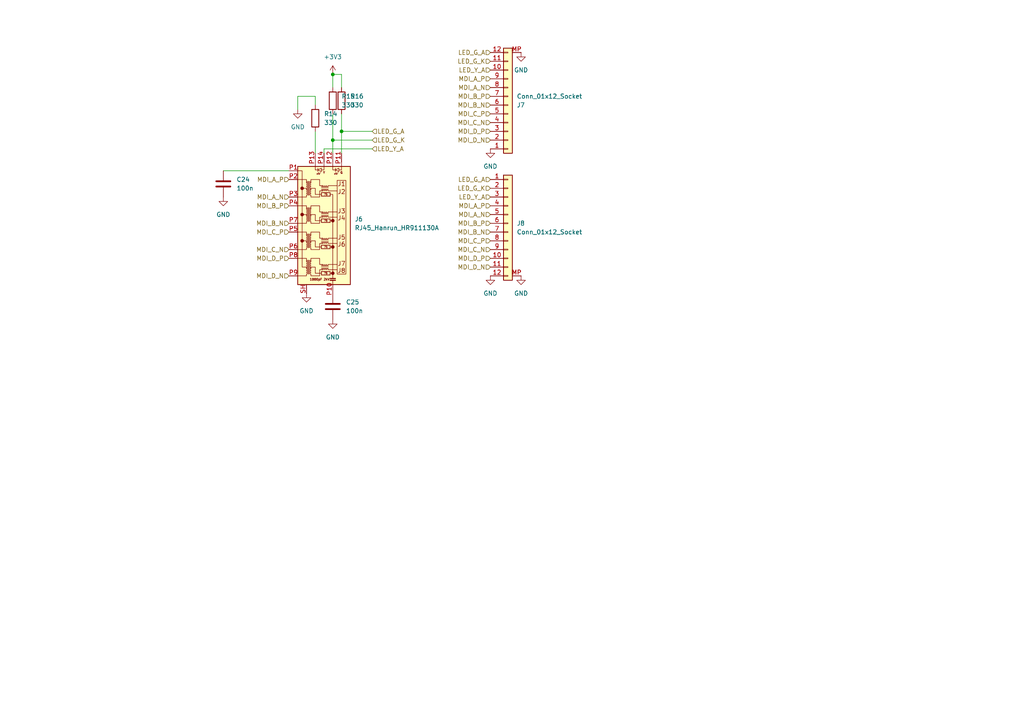
<source format=kicad_sch>
(kicad_sch (version 20250114) (generator "eeschema") (generator_version "9.0")
  (paper "A4")
  (title_block (title "timing-nic") (date "2025-11-04") (rev "2") (company "VE7XEN"))
  (lib_symbols
    (symbol "Connector_Generic:Conn_01x12" (pin_names (offset 1.016) (hide yes))
      (property "Reference" "J2" (at 2.54 0.0001 0))
      (property "Value" "Conn_01x12_Socket" (at 2.54 -2.5399 0))
      (symbol "Conn_01x12_1_1"
        (rectangle (start -1.27 13.97) (end 1.27 -16.51) (stroke (width 0.254)) (fill (type background)))
        (rectangle (start -1.27 12.827) (end 0 12.573) (stroke (width 0.1524)))
        (rectangle (start -1.27 10.287) (end 0 10.033) (stroke (width 0.1524)))
        (rectangle (start -1.27 7.747) (end 0 7.493) (stroke (width 0.1524)))
        (rectangle (start -1.27 5.207) (end 0 4.953) (stroke (width 0.1524)))
        (rectangle (start -1.27 2.667) (end 0 2.413) (stroke (width 0.1524)))
        (rectangle (start -1.27 0.127) (end 0 -0.127) (stroke (width 0.1524)))
        (rectangle (start -1.27 -2.413) (end 0 -2.667) (stroke (width 0.1524)))
        (rectangle (start -1.27 -4.953) (end 0 -5.207) (stroke (width 0.1524)))
        (rectangle (start -1.27 -7.493) (end 0 -7.747) (stroke (width 0.1524)))
        (rectangle (start -1.27 -10.033) (end 0 -10.287) (stroke (width 0.1524)))
        (rectangle (start -1.27 -12.573) (end 0 -12.827) (stroke (width 0.1524)))
        (rectangle (start -1.27 -15.113) (end 0 -15.367) (stroke (width 0.1524)))
        (pin passive line (at -5.08 12.7 0) (length 3.81) (name "Pin_1") (number "1"))
        (pin passive line (at -5.08 10.16 0) (length 3.81) (name "Pin_2") (number "2"))
        (pin passive line (at -5.08 7.62 0) (length 3.81) (name "Pin_3") (number "3"))
        (pin passive line (at -5.08 5.08 0) (length 3.81) (name "Pin_4") (number "4"))
        (pin passive line (at -5.08 2.54 0) (length 3.81) (name "Pin_5") (number "5"))
        (pin passive line (at -5.08 0 0) (length 3.81) (name "Pin_6") (number "6"))
        (pin passive line (at -5.08 -2.54 0) (length 3.81) (name "Pin_7") (number "7"))
        (pin passive line (at -5.08 -5.08 0) (length 3.81) (name "Pin_8") (number "8"))
        (pin passive line (at -5.08 -7.62 0) (length 3.81) (name "Pin_9") (number "9"))
        (pin passive line (at -5.08 -10.16 0) (length 3.81) (name "Pin_10") (number "10"))
        (pin passive line (at -5.08 -12.7 0) (length 3.81) (name "Pin_11") (number "11"))
        (pin passive line (at -5.08 -15.24 0) (length 3.81) (name "Pin_12") (number "12"))
        (pin input line (at 3.81 -15.24 180) (length 2.54) (name "MP") (number "MP"))
      )
    )
    (symbol "Device:C" (pin_numbers (hide yes)) (pin_names (offset 0.254))
      (property "Reference" "C" (at 0.635 2.54 0))
      (property "Value" "C" (at 0.635 -2.54 0))
      (symbol "C_0_1"
        (polyline (pts (xy -2.032 0.762) (xy 2.032 0.762)) (stroke (width 0.508)))
        (polyline (pts (xy -2.032 -0.762) (xy 2.032 -0.762)) (stroke (width 0.508)))
      )
      (symbol "C_1_1"
        (pin passive line (at 0 3.81 270) (length 2.794) (name "~") (number "1"))
        (pin passive line (at 0 -3.81 90) (length 2.794) (name "~") (number "2"))
      )
    )
    (symbol "Device:R" (pin_numbers (hide yes)) (pin_names (offset 0))
      (property "Reference" "R" (at 2.032 0 90))
      (property "Value" "R" (at 0 0 90))
      (symbol "R_0_1"
        (rectangle (start -1.016 -2.54) (end 1.016 2.54) (stroke (width 0.254)))
      )
      (symbol "R_1_1"
        (pin passive line (at 0 3.81 270) (length 1.27) (name "~") (number "1"))
        (pin passive line (at 0 -3.81 90) (length 1.27) (name "~") (number "2"))
      )
    )
    (symbol "power:+3V3" (power) (pin_numbers (hide yes)) (pin_names (offset 0) (hide yes))
      (property "Value" "+3V3" (at 0 3.556 0))
      (symbol "+3V3_0_1"
        (polyline (pts (xy -0.762 1.27) (xy 0 2.54)))
        (polyline (pts (xy 0 2.54) (xy 0.762 1.27)))
        (polyline (pts (xy 0 0) (xy 0 2.54)))
      )
      (symbol "+3V3_1_1"
        (pin power_in line (at 0 0 90) (length 0) (name "~") (number "1"))
      )
    )
    (symbol "power:GND" (power) (pin_numbers (hide yes)) (pin_names (offset 0) (hide yes))
      (property "Value" "GND" (at 0 -3.81 0))
      (symbol "GND_0_1"
        (polyline (pts (xy 0 0) (xy 0 -1.27) (xy 1.27 -1.27) (xy 0 -2.54) (xy -1.27 -1.27) (xy 0 -1.27)))
      )
      (symbol "GND_1_1"
        (pin power_in line (at 0 0 270) (length 0) (name "~") (number "1"))
      )
    )
    (symbol "projlib:RJ45_Hanrun_HR911130A" (pin_names (offset 0.0254) (hide yes))
      (property "Reference" "J" (at 0 25.4 0))
      (property "Value" "RJ45_Hanrun_HR911130A" (at 0 22.86 0))
      (symbol "RJ45_Hanrun_HR911130A_0_0"
        (circle (center -2.54 0.762) (radius 0.0001) (stroke (width 0.508)))
        (circle (center -2.54 -6.858) (radius 0.0001) (stroke (width 0.508)))
        (circle (center -2.54 -14.478) (radius 0.0001) (stroke (width 0.508)))
        (polyline (pts (xy -1.778 -14.478) (xy -2.54 -14.478)))
        (polyline (pts (xy -1.27 10.922) (xy -3.81 10.922)))
        (polyline (pts (xy -1.27 9.398) (xy -3.81 9.398)))
        (polyline (pts (xy -1.27 3.302) (xy -3.81 3.302)))
        (polyline (pts (xy -1.27 1.778) (xy -3.81 1.778)))
        (polyline (pts (xy -1.27 -4.318) (xy -3.81 -4.318)))
        (polyline (pts (xy -1.27 -5.842) (xy -3.81 -5.842)))
        (polyline (pts (xy -1.27 -11.938) (xy -3.81 -11.938)))
        (polyline (pts (xy -1.27 -13.462) (xy -3.81 -13.462)))
        (polyline (pts (xy 0.762 8.382) (xy 2.54 8.382) (xy 2.54 10.16) (xy 3.81 10.16)))
        (polyline (pts (xy 0.762 0.762) (xy 2.54 0.762) (xy 2.54 2.54) (xy 3.81 2.54)))
        (polyline (pts (xy 0.762 -6.858) (xy 2.54 -6.858) (xy 2.54 -5.08) (xy 3.81 -5.08)))
        (polyline (pts (xy 0.762 -14.478) (xy 2.54 -14.478) (xy 2.54 -12.7) (xy 3.81 -12.7)))
        (polyline (pts (xy 5.08 2.54) (xy 6.35 2.54)))
        (polyline (pts (xy 6.35 10.16) (xy 5.08 10.16)))
        (circle (center 6.35 10.16) (radius 0.0001) (stroke (width 0.508)))
        (circle (center 6.35 2.54) (radius 0.0001) (stroke (width 0.508)))
        (polyline (pts (xy 6.35 -5.08) (xy 5.08 -5.08)))
        (circle (center 6.35 -5.08) (radius 0.0001) (stroke (width 0.508)))
        (text "J1" (at -5.08 11.43 0) (effects (font (size 1.27 1.27))))
        (text "J2" (at -5.08 9.144 0) (effects (font (size 1.27 1.27))))
        (text "J3" (at -5.08 3.556 0) (effects (font (size 1.27 1.27))))
        (text "J4" (at -5.08 1.524 0) (effects (font (size 1.27 1.27))))
        (text "J5" (at -5.08 -4.064 0) (effects (font (size 1.27 1.27))))
        (text "J6" (at -5.08 -6.096 0) (effects (font (size 1.27 1.27))))
        (text "J7" (at -5.08 -11.684 0) (effects (font (size 1.27 1.27))))
        (text "J8" (at -5.08 -13.716 0) (effects (font (size 1.27 1.27))))
        (text "75" (at -0.508 8.382 0) (effects (font (size 0.508 0.508))))
        (text "75" (at -0.508 0.762 0) (effects (font (size 0.508 0.508))))
        (text "75" (at -0.508 -6.858 0) (effects (font (size 0.508 0.508))))
        (text "75" (at -0.508 -14.478 0) (effects (font (size 0.508 0.508))))
        (text "1000pF 2kV" (at 1.27 -16.256 0) (effects (font (size 0.635 0.635))))
      )
      (symbol "RJ45_Hanrun_HR911130A_0_1"
        (rectangle (start -7.62 16.51) (end 7.62 -17.78) (stroke (width 0.254)) (fill (type background)))
        (polyline (pts (xy -5.08 17.78) (xy -5.08 15.494) (xy -4.318 15.494)))
        (rectangle (start -3.81 -14.732) (end -6.35 12.446))
        (polyline (pts (xy -3.556 14.478) (xy -3.556 14.224) (xy -3.81 14.224)))
        (polyline (pts (xy -3.556 14.224) (xy -4.064 14.732)))
        (polyline (pts (xy -3.302 16.002) (xy -3.302 14.986)))
        (polyline (pts (xy -3.302 15.494) (xy -4.318 16.002) (xy -4.318 14.986) (xy -3.302 15.494)))
        (polyline (pts (xy -3.302 -16.002) (xy -1.778 -16.002)) (stroke (width 0.3048)))
        (polyline (pts (xy -3.302 -16.51) (xy -1.778 -16.51)) (stroke (width 0.3302)))
        (polyline (pts (xy -3.048 14.478) (xy -3.048 14.224) (xy -3.302 14.224)))
        (polyline (pts (xy -3.048 14.224) (xy -3.556 14.732)))
        (polyline (pts (xy -2.54 17.78) (xy -2.54 15.494) (xy -3.302 15.494)))
        (polyline (pts (xy -2.54 0.762) (xy -1.778 0.762)))
        (polyline (pts (xy -2.54 -16.002) (xy -2.54 8.382) (xy -1.778 8.382)))
        (polyline (pts (xy -2.54 -17.78) (xy -2.54 -16.51)))
        (rectangle (start -1.778 7.874) (end 0.762 8.89) (stroke (width 0.2032)))
        (rectangle (start -1.778 0.254) (end 0.762 1.27) (stroke (width 0.2032)))
        (polyline (pts (xy -1.778 -6.858) (xy -2.54 -6.858)))
        (rectangle (start -1.778 -7.366) (end 0.762 -6.35) (stroke (width 0.2032)))
        (rectangle (start -1.778 -14.986) (end 0.762 -13.97) (stroke (width 0.2032)))
        (polyline (pts (xy -1.27 9.906) (xy 0.762 9.906)))
        (polyline (pts (xy -1.27 2.286) (xy 0.762 2.286)))
        (polyline (pts (xy -1.27 -5.334) (xy 0.762 -5.334)))
        (polyline (pts (xy -1.27 -12.954) (xy 0.762 -12.954)))
        (arc (start -0.762 10.922) (mid -1.016 10.6691) (end -1.27 10.922))
        (arc (start -1.27 9.398) (mid -1.016 9.6509) (end -0.762 9.398))
        (arc (start -0.762 3.302) (mid -1.016 3.0491) (end -1.27 3.302))
        (arc (start -1.27 1.778) (mid -1.016 2.0309) (end -0.762 1.778))
        (arc (start -0.762 -4.318) (mid -1.016 -4.5709) (end -1.27 -4.318))
        (arc (start -1.27 -5.842) (mid -1.016 -5.5891) (end -0.762 -5.842))
        (arc (start -0.762 -11.938) (mid -1.016 -12.1909) (end -1.27 -11.938))
        (arc (start -1.27 -13.462) (mid -1.016 -13.2091) (end -0.762 -13.462))
        (arc (start -0.254 10.922) (mid -0.508 10.6691) (end -0.762 10.922))
        (arc (start -0.762 9.398) (mid -0.508 9.6509) (end -0.254 9.398))
        (arc (start -0.254 3.302) (mid -0.508 3.0491) (end -0.762 3.302))
        (arc (start -0.762 1.778) (mid -0.508 2.0309) (end -0.254 1.778))
        (arc (start -0.254 -4.318) (mid -0.508 -4.5709) (end -0.762 -4.318))
        (arc (start -0.762 -5.842) (mid -0.508 -5.5891) (end -0.254 -5.842))
        (arc (start -0.254 -11.938) (mid -0.508 -12.1909) (end -0.762 -11.938))
        (arc (start -0.762 -13.462) (mid -0.508 -13.2091) (end -0.254 -13.462))
        (polyline (pts (xy 0 17.78) (xy 0 15.494) (xy 0.762 15.494)))
        (arc (start 0.254 10.922) (mid 0 10.6691) (end -0.254 10.922))
        (arc (start -0.254 9.398) (mid 0 9.6509) (end 0.254 9.398))
        (arc (start 0.254 3.302) (mid 0 3.0491) (end -0.254 3.302))
        (arc (start -0.254 1.778) (mid 0 2.0309) (end 0.254 1.778))
        (arc (start 0.254 -4.318) (mid 0 -4.5709) (end -0.254 -4.318))
        (arc (start -0.254 -5.842) (mid 0 -5.5891) (end 0.254 -5.842))
        (arc (start 0.254 -11.938) (mid 0 -12.1909) (end -0.254 -11.938))
        (arc (start -0.254 -13.462) (mid 0 -13.2091) (end 0.254 -13.462))
        (circle (center 0.508 10.9474) (radius 0.0762) (stroke (width 0.0254)) (fill (type outline)))
        (arc (start 0.762 10.922) (mid 0.508 10.6691) (end 0.254 10.922))
        (arc (start 0.254 9.398) (mid 0.508 9.6509) (end 0.762 9.398))
        (circle (center 0.508 9.3726) (radius 0.0762) (stroke (width 0.0254)) (fill (type outline)))
        (circle (center 0.508 3.3274) (radius 0.0762) (stroke (width 0.0254)) (fill (type outline)))
        (arc (start 0.762 3.302) (mid 0.508 3.0491) (end 0.254 3.302))
        (arc (start 0.254 1.778) (mid 0.508 2.0309) (end 0.762 1.778))
        (circle (center 0.508 1.7526) (radius 0.0762) (stroke (width 0.0254)) (fill (type outline)))
        (circle (center 0.508 -4.2926) (radius 0.0762) (stroke (width 0.0254)) (fill (type outline)))
        (arc (start 0.762 -4.318) (mid 0.508 -4.5709) (end 0.254 -4.318))
        (arc (start 0.254 -5.842) (mid 0.508 -5.5891) (end 0.762 -5.842))
        (circle (center 0.508 -5.8674) (radius 0.0762) (stroke (width 0.0254)) (fill (type outline)))
        (circle (center 0.508 -11.9126) (radius 0.0762) (stroke (width 0.0254)) (fill (type outline)))
        (arc (start 0.762 -11.938) (mid 0.508 -12.1909) (end 0.254 -11.938))
        (arc (start 0.254 -13.462) (mid 0.508 -13.2091) (end 0.762 -13.462))
        (circle (center 0.508 -13.4874) (radius 0.0762) (stroke (width 0.0254)) (fill (type outline)))
        (polyline (pts (xy 0.762 10.922) (xy 1.27 10.922) (xy 1.27 12.7) (xy 3.81 12.7) (xy 3.81 12.192)))
        (polyline (pts (xy 0.762 10.414) (xy -1.27 10.414)))
        (polyline (pts (xy 0.762 3.302) (xy 1.27 3.302) (xy 1.27 5.08) (xy 3.81 5.08) (xy 3.81 4.572)))
        (polyline (pts (xy 0.762 2.794) (xy -1.27 2.794)))
        (polyline (pts (xy 0.762 -4.318) (xy 1.27 -4.318) (xy 1.27 -2.54) (xy 3.81 -2.54) (xy 3.81 -3.048)))
        (polyline (pts (xy 0.762 -4.826) (xy -1.27 -4.826)))
        (polyline (pts (xy 0.762 -11.938) (xy 1.27 -11.938) (xy 1.27 -10.16) (xy 3.81 -10.16) (xy 3.81 -10.668)))
        (polyline (pts (xy 0.762 -12.446) (xy -1.27 -12.446)))
        (polyline (pts (xy 1.524 14.478) (xy 1.524 14.224) (xy 1.27 14.224)))
        (polyline (pts (xy 1.524 14.224) (xy 1.016 14.732)))
        (polyline (pts (xy 1.778 16.002) (xy 1.778 14.986)))
        (polyline (pts (xy 1.778 15.494) (xy 0.762 16.002) (xy 0.762 14.986) (xy 1.778 15.494)))
        (polyline (pts (xy 2.032 14.478) (xy 2.032 14.224) (xy 1.778 14.224)))
        (polyline (pts (xy 2.032 14.224) (xy 1.524 14.732)))
        (polyline (pts (xy 2.54 17.78) (xy 2.54 15.494) (xy 1.778 15.494)))
        (circle (center 3.7846 11.938) (radius 0.0762) (stroke (width 0.0254)) (fill (type outline)))
        (circle (center 3.7846 9.906) (radius 0.0762) (stroke (width 0.0254)) (fill (type outline)))
        (circle (center 3.7846 4.318) (radius 0.0762) (stroke (width 0.0254)) (fill (type outline)))
        (circle (center 3.7846 2.286) (radius 0.0762) (stroke (width 0.0254)) (fill (type outline)))
        (circle (center 3.7846 -3.302) (radius 0.0762) (stroke (width 0.0254)) (fill (type outline)))
        (circle (center 3.7846 -5.334) (radius 0.0762) (stroke (width 0.0254)) (fill (type outline)))
        (circle (center 3.7846 -10.922) (radius 0.0762) (stroke (width 0.0254)) (fill (type outline)))
        (circle (center 3.7846 -12.954) (radius 0.0762) (stroke (width 0.0254)) (fill (type outline)))
        (arc (start 3.81 12.192) (mid 4.063 11.938) (end 3.81 11.684))
        (arc (start 3.81 11.176) (mid 4.063 10.922) (end 3.81 10.668))
        (arc (start 3.81 10.668) (mid 4.063 10.414) (end 3.81 10.16))
        (arc (start 3.81 10.16) (mid 4.063 9.906) (end 3.81 9.652))
        (arc (start 3.81 9.652) (mid 4.063 9.398) (end 3.81 9.144))
        (arc (start 3.81 8.636) (mid 4.063 8.382) (end 3.81 8.128))
        (arc (start 3.81 4.572) (mid 4.063 4.318) (end 3.81 4.064))
        (arc (start 3.81 3.556) (mid 4.063 3.302) (end 3.81 3.048))
        (arc (start 3.81 3.048) (mid 4.063 2.794) (end 3.81 2.54))
        (arc (start 3.81 2.54) (mid 4.063 2.286) (end 3.81 2.032))
        (arc (start 3.81 2.032) (mid 4.063 1.778) (end 3.81 1.524))
        (arc (start 3.81 1.016) (mid 4.063 0.762) (end 3.81 0.508))
        (arc (start 3.81 -3.048) (mid 4.063 -3.302) (end 3.81 -3.556))
        (arc (start 3.81 -4.064) (mid 4.063 -4.318) (end 3.81 -4.572))
        (arc (start 3.81 -4.572) (mid 4.063 -4.826) (end 3.81 -5.08))
        (arc (start 3.81 -5.08) (mid 4.063 -5.334) (end 3.81 -5.588))
        (arc (start 3.81 -5.588) (mid 4.063 -5.842) (end 3.81 -6.096))
        (arc (start 3.81 -6.604) (mid 4.063 -6.858) (end 3.81 -7.112))
        (arc (start 3.81 -10.668) (mid 4.063 -10.922) (end 3.81 -11.176))
        (arc (start 3.81 -11.684) (mid 4.063 -11.938) (end 3.81 -12.192))
        (arc (start 3.81 -12.192) (mid 4.063 -12.446) (end 3.81 -12.7))
        (arc (start 3.81 -12.7) (mid 4.063 -12.954) (end 3.81 -13.208))
        (arc (start 3.81 -13.208) (mid 4.063 -13.462) (end 3.81 -13.716))
        (arc (start 3.81 -14.224) (mid 4.063 -14.478) (end 3.81 -14.732))
        (arc (start 3.81 11.684) (mid 4.063 11.43) (end 3.81 11.176))
        (arc (start 3.81 9.144) (mid 4.063 8.89) (end 3.81 8.636))
        (polyline (pts (xy 3.81 8.128) (xy 3.81 7.62) (xy 1.27 7.62) (xy 1.27 9.398) (xy 0.762 9.398)))
        (arc (start 3.81 4.064) (mid 4.063 3.81) (end 3.81 3.556))
        (arc (start 3.81 1.524) (mid 4.063 1.27) (end 3.81 1.016))
        (polyline (pts (xy 3.81 0.508) (xy 3.81 0) (xy 1.27 0) (xy 1.27 1.778) (xy 0.762 1.778)))
        (arc (start 3.81 -3.556) (mid 4.063 -3.81) (end 3.81 -4.064))
        (arc (start 3.81 -6.096) (mid 4.063 -6.35) (end 3.81 -6.604))
        (polyline (pts (xy 3.81 -7.112) (xy 3.81 -7.62) (xy 1.27 -7.62) (xy 1.27 -5.842) (xy 0.762 -5.842)))
        (arc (start 3.81 -11.176) (mid 4.063 -11.43) (end 3.81 -11.684))
        (arc (start 3.81 -13.716) (mid 4.063 -13.97) (end 3.81 -14.224))
        (polyline (pts (xy 3.81 -14.732) (xy 3.81 -15.24) (xy 1.27 -15.24) (xy 1.27 -13.462) (xy 0.762 -13.462)))
        (polyline (pts (xy 4.318 12.192) (xy 4.318 8.128)))
        (polyline (pts (xy 4.318 4.572) (xy 4.318 0.508)))
        (polyline (pts (xy 4.318 -3.048) (xy 4.318 -7.112)))
        (polyline (pts (xy 4.318 -10.668) (xy 4.318 -14.732)))
        (polyline (pts (xy 4.572 8.128) (xy 4.572 12.192)))
        (polyline (pts (xy 4.572 0.508) (xy 4.572 4.572)))
        (polyline (pts (xy 4.572 -7.112) (xy 4.572 -3.048)))
        (polyline (pts (xy 4.572 -14.732) (xy 4.572 -10.668)))
        (polyline (pts (xy 5.08 12.192) (xy 5.08 12.7) (xy 7.62 12.7)))
        (arc (start 5.08 11.176) (mid 4.826 11.43) (end 5.08 11.684))
        (arc (start 5.08 8.636) (mid 4.826 8.89) (end 5.08 9.144))
        (polyline (pts (xy 5.08 8.128) (xy 5.08 7.62) (xy 7.62 7.62)))
        (polyline (pts (xy 5.08 4.572) (xy 5.08 5.08) (xy 7.62 5.08)))
        (arc (start 5.08 3.556) (mid 4.826 3.81) (end 5.08 4.064))
        (arc (start 5.08 1.016) (mid 4.826 1.27) (end 5.08 1.524))
        (polyline (pts (xy 5.08 0.508) (xy 5.08 0) (xy 7.62 0)))
        (polyline (pts (xy 5.08 -3.048) (xy 5.08 -2.54) (xy 7.62 -2.54)))
        (arc (start 5.08 -4.064) (mid 4.826 -3.81) (end 5.08 -3.556))
        (arc (start 5.08 -6.604) (mid 4.826 -6.35) (end 5.08 -6.096))
        (polyline (pts (xy 5.08 -7.112) (xy 5.08 -7.62) (xy 7.62 -7.62)))
        (polyline (pts (xy 5.08 -10.668) (xy 5.08 -10.16) (xy 7.62 -10.16)))
        (arc (start 5.08 -11.684) (mid 4.826 -11.43) (end 5.08 -11.176))
        (arc (start 5.08 -14.224) (mid 4.826 -13.97) (end 5.08 -13.716))
        (polyline (pts (xy 5.08 -14.732) (xy 5.08 -15.24) (xy 7.62 -15.24)))
        (arc (start 5.08 11.684) (mid 4.827 11.938) (end 5.08 12.192))
        (arc (start 5.08 10.668) (mid 4.827 10.922) (end 5.08 11.176))
        (arc (start 5.08 10.16) (mid 4.827 10.414) (end 5.08 10.668))
        (arc (start 5.08 9.652) (mid 4.827 9.906) (end 5.08 10.16))
        (arc (start 5.08 9.144) (mid 4.827 9.398) (end 5.08 9.652))
        (arc (start 5.08 8.128) (mid 4.827 8.382) (end 5.08 8.636))
        (arc (start 5.08 4.064) (mid 4.827 4.318) (end 5.08 4.572))
        (arc (start 5.08 3.048) (mid 4.827 3.302) (end 5.08 3.556))
        (arc (start 5.08 2.54) (mid 4.827 2.794) (end 5.08 3.048))
        (arc (start 5.08 2.032) (mid 4.827 2.286) (end 5.08 2.54))
        (arc (start 5.08 1.524) (mid 4.827 1.778) (end 5.08 2.032))
        (arc (start 5.08 0.508) (mid 4.827 0.762) (end 5.08 1.016))
        (arc (start 5.08 -3.556) (mid 4.827 -3.302) (end 5.08 -3.048))
        (arc (start 5.08 -4.572) (mid 4.827 -4.318) (end 5.08 -4.064))
        (arc (start 5.08 -5.08) (mid 4.827 -4.826) (end 5.08 -4.572))
        (arc (start 5.08 -5.588) (mid 4.827 -5.334) (end 5.08 -5.08))
        (arc (start 5.08 -6.096) (mid 4.827 -5.842) (end 5.08 -5.588))
        (arc (start 5.08 -7.112) (mid 4.827 -6.858) (end 5.08 -6.604))
        (arc (start 5.08 -11.176) (mid 4.827 -10.922) (end 5.08 -10.668))
        (arc (start 5.08 -12.192) (mid 4.827 -11.938) (end 5.08 -11.684))
        (arc (start 5.08 -12.7) (mid 4.827 -12.446) (end 5.08 -12.192))
        (arc (start 5.08 -13.208) (mid 4.827 -12.954) (end 5.08 -12.7))
        (arc (start 5.08 -13.716) (mid 4.827 -13.462) (end 5.08 -13.208))
        (arc (start 5.08 -14.732) (mid 4.827 -14.478) (end 5.08 -14.224))
        (circle (center 5.1054 11.938) (radius 0.0762) (stroke (width 0.0254)) (fill (type outline)))
        (circle (center 5.1054 9.906) (radius 0.0762) (stroke (width 0.0254)) (fill (type outline)))
        (circle (center 5.1054 4.318) (radius 0.0762) (stroke (width 0.0254)) (fill (type outline)))
        (circle (center 5.1054 2.286) (radius 0.0762) (stroke (width 0.0254)) (fill (type outline)))
        (circle (center 5.1054 -3.302) (radius 0.0762) (stroke (width 0.0254)) (fill (type outline)))
        (circle (center 5.1054 -5.334) (radius 0.0762) (stroke (width 0.0254)) (fill (type outline)))
        (circle (center 5.1054 -10.922) (radius 0.0762) (stroke (width 0.0254)) (fill (type outline)))
        (circle (center 5.1054 -12.954) (radius 0.0762) (stroke (width 0.0254)) (fill (type outline)))
        (polyline (pts (xy 7.62 15.24) (xy 6.35 15.24) (xy 6.35 -12.7) (xy 5.08 -12.7)))
        (pin power_in line (at 5.08 -20.32 90) (length 2.54) (name "~") (number "SH"))
      )
      (symbol "RJ45_Hanrun_HR911130A_1_1"
        (text "G" (at -5.08 14.732 0) (effects (font (size 0.635 0.635))))
        (text "Y" (at 0 14.732 0) (effects (font (size 0.635 0.635))))
        (pin passive line (at -5.08 20.32 270) (length 2.54) (name "~") (number "P11"))
        (pin passive line (at -2.54 20.32 270) (length 2.54) (name "~") (number "P12"))
        (pin passive line (at -2.54 -20.32 90) (length 2.54) (name "~") (number "P10"))
        (pin passive line (at 0 20.32 270) (length 2.54) (name "~") (number "P14"))
        (pin no_connect line (at 0 -17.78 90) (length 2.54) (hide yes) (name "~") (number "10U"))
        (pin passive line (at 2.54 20.32 270) (length 2.54) (name "~") (number "P13"))
        (pin passive line (at 10.16 15.24 180) (length 2.54) (name "~") (number "P1"))
        (pin passive line (at 10.16 12.7 180) (length 2.54) (name "~") (number "P2"))
        (pin passive line (at 10.16 7.62 180) (length 2.54) (name "~") (number "P3"))
        (pin passive line (at 10.16 5.08 180) (length 2.54) (name "~") (number "P4"))
        (pin passive line (at 10.16 0 180) (length 2.54) (name "~") (number "P7"))
        (pin passive line (at 10.16 -2.54 180) (length 2.54) (name "~") (number "P5"))
        (pin passive line (at 10.16 -7.62 180) (length 2.54) (name "~") (number "P6"))
        (pin passive line (at 10.16 -10.16 180) (length 2.54) (name "~") (number "P8"))
        (pin passive line (at 10.16 -15.24 180) (length 2.54) (name "~") (number "P9"))
      )
    )
  )
  (junction (at 96.52 40.64))
  (junction (at 99.06 38.1))
  (junction (at 96.52 21.59))
  (wire (pts (xy 96.52 40.64) (xy 96.52 44.45)))
  (wire (pts (xy 99.06 38.1) (xy 107.95 38.1)))
  (wire (pts (xy 86.36 27.94) (xy 86.36 31.75)))
  (wire (pts (xy 91.44 30.48) (xy 91.44 27.94)))
  (wire (pts (xy 96.52 33.02) (xy 96.52 40.64)))
  (wire (pts (xy 99.06 25.4) (xy 99.06 21.59)))
  (wire (pts (xy 99.06 21.59) (xy 96.52 21.59)))
  (wire (pts (xy 93.98 43.18) (xy 93.98 44.45)))
  (wire (pts (xy 96.52 21.59) (xy 96.52 25.4)))
  (wire (pts (xy 91.44 27.94) (xy 86.36 27.94)))
  (wire (pts (xy 96.52 40.64) (xy 107.95 40.64)))
  (wire (pts (xy 107.95 43.18) (xy 93.98 43.18)))
  (wire (pts (xy 99.06 38.1) (xy 99.06 44.45)))
  (wire (pts (xy 91.44 38.1) (xy 91.44 44.45)))
  (wire (pts (xy 64.77 49.53) (xy 83.82 49.53)))
  (wire (pts (xy 99.06 33.02) (xy 99.06 38.1)))
  (hierarchical_label "LED_G_A" (shape input) (at 107.95 38.1 0))
  (hierarchical_label "MDI_A_N" (shape input) (at 142.24 62.23 180))
  (hierarchical_label "LED_G_K" (shape input) (at 142.24 54.61 180))
  (hierarchical_label "MDI_C_N" (shape input) (at 142.24 35.56 180))
  (hierarchical_label "MDI_A_N" (shape input) (at 83.82 57.15 180))
  (hierarchical_label "MDI_D_P" (shape input) (at 142.24 74.93 180))
  (hierarchical_label "MDI_D_P" (shape input) (at 83.82 74.93 180))
  (hierarchical_label "LED_Y_A" (shape input) (at 142.24 57.15 180))
  (hierarchical_label "MDI_C_N" (shape input) (at 142.24 72.39 180))
  (hierarchical_label "MDI_B_P" (shape input) (at 83.82 59.69 180))
  (hierarchical_label "MDI_B_N" (shape input) (at 83.82 64.77 180))
  (hierarchical_label "MDI_B_P" (shape input) (at 142.24 27.94 180))
  (hierarchical_label "LED_G_A" (shape input) (at 142.24 52.07 180))
  (hierarchical_label "MDI_C_P" (shape input) (at 83.82 67.31 180))
  (hierarchical_label "MDI_A_P" (shape input) (at 142.24 22.86 180))
  (hierarchical_label "MDI_D_N" (shape input) (at 83.82 80.01 180))
  (hierarchical_label "MDI_A_P" (shape input) (at 142.24 59.69 180))
  (hierarchical_label "LED_Y_A" (shape input) (at 107.95 43.18 0))
  (hierarchical_label "MDI_B_N" (shape input) (at 142.24 30.48 180))
  (hierarchical_label "LED_G_K" (shape input) (at 142.24 17.78 180))
  (hierarchical_label "MDI_B_N" (shape input) (at 142.24 67.31 180))
  (hierarchical_label "MDI_C_P" (shape input) (at 142.24 69.85 180))
  (hierarchical_label "MDI_D_N" (shape input) (at 142.24 77.47 180))
  (hierarchical_label "MDI_C_N" (shape input) (at 83.82 72.39 180))
  (hierarchical_label "MDI_D_P" (shape input) (at 142.24 38.1 180))
  (hierarchical_label "LED_G_K" (shape input) (at 107.95 40.64 0))
  (hierarchical_label "MDI_C_P" (shape input) (at 142.24 33.02 180))
  (hierarchical_label "MDI_B_P" (shape input) (at 142.24 64.77 180))
  (hierarchical_label "LED_G_A" (shape input) (at 142.24 15.24 180))
  (hierarchical_label "MDI_A_N" (shape input) (at 142.24 25.4 180))
  (hierarchical_label "LED_Y_A" (shape input) (at 142.24 20.32 180))
  (hierarchical_label "MDI_D_N" (shape input) (at 142.24 40.64 180))
  (hierarchical_label "MDI_A_P" (shape input) (at 83.82 52.07 180))
  (symbol (lib_id "power:GND") (at 142.24 43.18 0) (unit 1)
    (property "Reference" "#PWR046" (effects (hide yes)))
    (property "Value" "GND" (at 142.24 48.26 0))
    (property "Description" "Power symbol creates a global label with name \"GND\" , ground" (effects (hide yes)))
  )
  (symbol (lib_id "power:+3V3") (at 96.52 21.59 0) (unit 1)
    (property "Reference" "#PWR044" (effects (hide yes)))
    (property "Value" "+3V3" (at 96.52 16.51 0))
    (property "Description" "Power symbol creates a global label with name \"+3V3\"" (effects (hide yes)))
  )
  (symbol (lib_id "Connector_Generic:Conn_01x12") (at 147.32 64.77 0) (unit 1)
    (property "Reference" "J8" (at 149.86 64.7699 0) (effects (justify left)))
    (property "Value" "Conn_01x12_Socket" (at 149.86 67.3099 0) (effects (justify left)))
    (property "Footprint" "Connector_FFC-FPC:Hirose_FH12-12S-0.5SH_1x12-1MP_P0.50mm_Horizontal" (effects (hide yes)))
    (property "Description" "Generic connector, single row, 01x12, script generated (kicad-library-utils/schlib/autogen/connector/)" (effects (hide yes)))
    (property "LCSC" "C88360" (effects (hide yes)))
  )
  (symbol (lib_id "projlib:RJ45_Hanrun_HR911130A") (at 93.98 64.77 0) (mirror y) (unit 1)
    (property "Reference" "J6" (at 102.87 63.5634 0) (effects (justify right)))
    (property "Value" "RJ45_Hanrun_HR911130A" (at 102.87 66.1034 0) (effects (justify right)))
    (property "Footprint" "projlib:RJ45_Hanrun_HR911130A_Horizontal" (effects (hide yes)))
    (property "Datasheet" "https://jlcpcb.com/api/file/downloadByFileSystemAccessId/8588887489490112512" (effects (hide yes)))
    (property "Description" "Dual LAN Transformer Jack, RJ45, 10/100/1000 BaseT" (effects (hide yes)))
    (property "LCSC" "C54408" (effects (hide yes)))
  )
  (symbol (lib_id "Device:R") (at 99.06 29.21 0) (unit 1)
    (property "Reference" "R16" (at 101.6 27.9399 0) (effects (justify left)))
    (property "Value" "330" (at 101.6 30.4799 0) (effects (justify left)))
    (property "Footprint" "Resistor_SMD:R_0402_1005Metric" (effects (hide yes)))
    (property "Description" "Resistor" (effects (hide yes)))
    (property "LCSC" "C25104" (effects (hide yes)))
  )
  (symbol (lib_id "power:GND") (at 64.77 57.15 0) (unit 1)
    (property "Reference" "#PWR042" (effects (hide yes)))
    (property "Value" "GND" (at 64.77 62.23 0))
    (property "Description" "Power symbol creates a global label with name \"GND\" , ground" (effects (hide yes)))
  )
  (symbol (lib_id "power:GND") (at 88.9 85.09 0) (unit 1)
    (property "Reference" "#PWR043" (effects (hide yes)))
    (property "Value" "GND" (at 88.9 90.17 0))
    (property "Description" "Power symbol creates a global label with name \"GND\" , ground" (effects (hide yes)))
  )
  (symbol (lib_id "power:GND") (at 142.24 80.01 0) (unit 1)
    (property "Reference" "#PWR047" (effects (hide yes)))
    (property "Value" "GND" (at 142.24 85.09 0))
    (property "Description" "Power symbol creates a global label with name \"GND\" , ground" (effects (hide yes)))
  )
  (symbol (lib_id "Device:C") (at 64.77 53.34 0) (unit 1)
    (property "Reference" "C24" (at 68.58 52.0699 0) (effects (justify left)))
    (property "Value" "100n" (at 68.58 54.6099 0) (effects (justify left)))
    (property "Footprint" "Capacitor_SMD:C_0402_1005Metric" (effects (hide yes)))
    (property "Description" "Unpolarized capacitor" (effects (hide yes)))
    (property "LCSC" "C1525" (effects (hide yes)))
  )
  (symbol (lib_id "power:GND") (at 96.52 92.71 0) (unit 1)
    (property "Reference" "#PWR045" (effects (hide yes)))
    (property "Value" "GND" (at 96.52 97.79 0))
    (property "Description" "Power symbol creates a global label with name \"GND\" , ground" (effects (hide yes)))
  )
  (symbol (lib_id "power:GND") (at 86.36 31.75 0) (unit 1)
    (property "Reference" "#PWR050" (effects (hide yes)))
    (property "Value" "GND" (at 86.36 36.83 0))
    (property "Description" "Power symbol creates a global label with name \"GND\" , ground" (effects (hide yes)))
  )
  (symbol (lib_id "Connector_Generic:Conn_01x12") (at 147.32 30.48 0) (mirror x) (unit 1)
    (property "Reference" "J7" (at 149.86 30.4801 0) (effects (justify left)))
    (property "Value" "Conn_01x12_Socket" (at 149.86 27.9401 0) (effects (justify left)))
    (property "Footprint" "Connector_FFC-FPC:Hirose_FH12-12S-0.5SH_1x12-1MP_P0.50mm_Horizontal" (effects (hide yes)))
    (property "Description" "Generic connector, single row, 01x12, script generated (kicad-library-utils/schlib/autogen/connector/)" (effects (hide yes)))
    (property "LCSC" "C88360" (effects (hide yes)))
  )
  (symbol (lib_id "Device:R") (at 91.44 34.29 0) (unit 1)
    (property "Reference" "R14" (at 93.98 33.0199 0) (effects (justify left)))
    (property "Value" "330" (at 93.98 35.5599 0) (effects (justify left)))
    (property "Footprint" "Resistor_SMD:R_0402_1005Metric" (effects (hide yes)))
    (property "Description" "Resistor" (effects (hide yes)))
    (property "LCSC" "C25104" (effects (hide yes)))
  )
  (symbol (lib_id "Device:R") (at 96.52 29.21 0) (unit 1)
    (property "Reference" "R15" (at 99.06 27.9399 0) (effects (justify left)))
    (property "Value" "330" (at 99.06 30.4799 0) (effects (justify left)))
    (property "Footprint" "Resistor_SMD:R_0402_1005Metric" (effects (hide yes)))
    (property "Description" "Resistor" (effects (hide yes)))
    (property "LCSC" "C25104" (effects (hide yes)))
  )
  (symbol (lib_id "power:GND") (at 151.13 15.24 0) (unit 1)
    (property "Reference" "#PWR048" (effects (hide yes)))
    (property "Value" "GND" (at 151.13 20.32 0))
    (property "Description" "Power symbol creates a global label with name \"GND\" , ground" (effects (hide yes)))
  )
  (symbol (lib_id "power:GND") (at 151.13 80.01 0) (unit 1)
    (property "Reference" "#PWR049" (effects (hide yes)))
    (property "Value" "GND" (at 151.13 85.09 0))
    (property "Description" "Power symbol creates a global label with name \"GND\" , ground" (effects (hide yes)))
  )
  (symbol (lib_id "Device:C") (at 96.52 88.9 0) (unit 1)
    (property "Reference" "C25" (at 100.33 87.6299 0) (effects (justify left)))
    (property "Value" "100n" (at 100.33 90.1699 0) (effects (justify left)))
    (property "Footprint" "Capacitor_SMD:C_0402_1005Metric" (effects (hide yes)))
    (property "Description" "Unpolarized capacitor" (effects (hide yes)))
    (property "LCSC" "C1525" (effects (hide yes)))
  )
)
</source>
